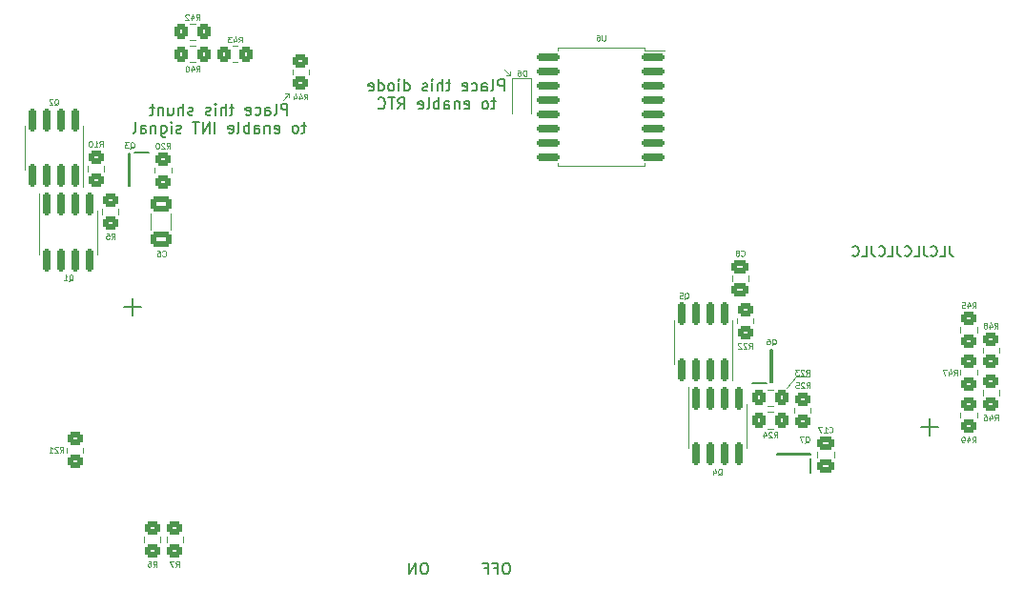
<source format=gbo>
G04 #@! TF.GenerationSoftware,KiCad,Pcbnew,6.0.4-6f826c9f35~116~ubuntu20.04.1*
G04 #@! TF.CreationDate,2022-05-05T15:44:48+02:00*
G04 #@! TF.ProjectId,PiUPS,50695550-532e-46b6-9963-61645f706362,rev?*
G04 #@! TF.SameCoordinates,Original*
G04 #@! TF.FileFunction,Legend,Bot*
G04 #@! TF.FilePolarity,Positive*
%FSLAX46Y46*%
G04 Gerber Fmt 4.6, Leading zero omitted, Abs format (unit mm)*
G04 Created by KiCad (PCBNEW 6.0.4-6f826c9f35~116~ubuntu20.04.1) date 2022-05-05 15:44:48*
%MOMM*%
%LPD*%
G01*
G04 APERTURE LIST*
G04 Aperture macros list*
%AMRoundRect*
0 Rectangle with rounded corners*
0 $1 Rounding radius*
0 $2 $3 $4 $5 $6 $7 $8 $9 X,Y pos of 4 corners*
0 Add a 4 corners polygon primitive as box body*
4,1,4,$2,$3,$4,$5,$6,$7,$8,$9,$2,$3,0*
0 Add four circle primitives for the rounded corners*
1,1,$1+$1,$2,$3*
1,1,$1+$1,$4,$5*
1,1,$1+$1,$6,$7*
1,1,$1+$1,$8,$9*
0 Add four rect primitives between the rounded corners*
20,1,$1+$1,$2,$3,$4,$5,0*
20,1,$1+$1,$4,$5,$6,$7,0*
20,1,$1+$1,$6,$7,$8,$9,0*
20,1,$1+$1,$8,$9,$2,$3,0*%
G04 Aperture macros list end*
%ADD10C,0.120000*%
%ADD11C,0.200000*%
%ADD12C,0.150000*%
%ADD13C,0.100000*%
%ADD14C,1.300000*%
%ADD15C,3.450000*%
%ADD16C,2.390000*%
%ADD17O,1.700000X1.350000*%
%ADD18O,1.500000X1.100000*%
%ADD19C,0.900000*%
%ADD20C,0.600000*%
%ADD21O,0.900000X1.700000*%
%ADD22O,0.900000X2.000000*%
%ADD23R,3.960000X1.980000*%
%ADD24O,3.960000X1.980000*%
%ADD25C,0.300000*%
%ADD26C,6.750000*%
%ADD27C,1.750000*%
%ADD28R,1.300000X0.600000*%
%ADD29R,1.000000X1.000000*%
%ADD30RoundRect,0.250000X-0.450000X0.350000X-0.450000X-0.350000X0.450000X-0.350000X0.450000X0.350000X0*%
%ADD31RoundRect,0.250000X0.450000X-0.350000X0.450000X0.350000X-0.450000X0.350000X-0.450000X-0.350000X0*%
%ADD32RoundRect,0.150000X0.150000X-0.825000X0.150000X0.825000X-0.150000X0.825000X-0.150000X-0.825000X0*%
%ADD33RoundRect,0.250000X-0.350000X-0.450000X0.350000X-0.450000X0.350000X0.450000X-0.350000X0.450000X0*%
%ADD34RoundRect,0.150000X0.875000X0.150000X-0.875000X0.150000X-0.875000X-0.150000X0.875000X-0.150000X0*%
%ADD35RoundRect,0.150000X-0.150000X0.825000X-0.150000X-0.825000X0.150000X-0.825000X0.150000X0.825000X0*%
%ADD36RoundRect,0.250000X0.350000X0.450000X-0.350000X0.450000X-0.350000X-0.450000X0.350000X-0.450000X0*%
%ADD37RoundRect,0.250000X-0.475000X0.337500X-0.475000X-0.337500X0.475000X-0.337500X0.475000X0.337500X0*%
%ADD38RoundRect,0.250000X0.650000X-0.412500X0.650000X0.412500X-0.650000X0.412500X-0.650000X-0.412500X0*%
%ADD39R,0.600000X1.300000*%
%ADD40RoundRect,0.250000X0.475000X-0.337500X0.475000X0.337500X-0.475000X0.337500X-0.475000X-0.337500X0*%
G04 APERTURE END LIST*
D10*
X90170000Y-80270000D02*
X90170000Y-80570000D01*
X109280000Y-78100000D02*
X109800000Y-78620000D01*
X136400000Y-105420000D02*
X135190000Y-105420000D01*
X89650000Y-80790000D02*
X90170000Y-80270000D01*
X135190000Y-105420000D02*
X134390000Y-106410000D01*
X109800000Y-78620000D02*
X109500000Y-78620000D01*
X90170000Y-80270000D02*
X89870000Y-80270000D01*
X109800000Y-78620000D02*
X109800000Y-78320000D01*
D11*
X75568095Y-99192857D02*
X77091904Y-99192857D01*
X76330000Y-99954761D02*
X76330000Y-98430952D01*
D12*
X148857142Y-93807142D02*
X148857142Y-94450000D01*
X148900000Y-94578571D01*
X148985714Y-94664285D01*
X149114285Y-94707142D01*
X149200000Y-94707142D01*
X148000000Y-94707142D02*
X148428571Y-94707142D01*
X148428571Y-93807142D01*
X147185714Y-94621428D02*
X147228571Y-94664285D01*
X147357142Y-94707142D01*
X147442857Y-94707142D01*
X147571428Y-94664285D01*
X147657142Y-94578571D01*
X147700000Y-94492857D01*
X147742857Y-94321428D01*
X147742857Y-94192857D01*
X147700000Y-94021428D01*
X147657142Y-93935714D01*
X147571428Y-93850000D01*
X147442857Y-93807142D01*
X147357142Y-93807142D01*
X147228571Y-93850000D01*
X147185714Y-93892857D01*
X146542857Y-93807142D02*
X146542857Y-94450000D01*
X146585714Y-94578571D01*
X146671428Y-94664285D01*
X146800000Y-94707142D01*
X146885714Y-94707142D01*
X145685714Y-94707142D02*
X146114285Y-94707142D01*
X146114285Y-93807142D01*
X144871428Y-94621428D02*
X144914285Y-94664285D01*
X145042857Y-94707142D01*
X145128571Y-94707142D01*
X145257142Y-94664285D01*
X145342857Y-94578571D01*
X145385714Y-94492857D01*
X145428571Y-94321428D01*
X145428571Y-94192857D01*
X145385714Y-94021428D01*
X145342857Y-93935714D01*
X145257142Y-93850000D01*
X145128571Y-93807142D01*
X145042857Y-93807142D01*
X144914285Y-93850000D01*
X144871428Y-93892857D01*
X144228571Y-93807142D02*
X144228571Y-94450000D01*
X144271428Y-94578571D01*
X144357142Y-94664285D01*
X144485714Y-94707142D01*
X144571428Y-94707142D01*
X143371428Y-94707142D02*
X143800000Y-94707142D01*
X143800000Y-93807142D01*
X142557142Y-94621428D02*
X142600000Y-94664285D01*
X142728571Y-94707142D01*
X142814285Y-94707142D01*
X142942857Y-94664285D01*
X143028571Y-94578571D01*
X143071428Y-94492857D01*
X143114285Y-94321428D01*
X143114285Y-94192857D01*
X143071428Y-94021428D01*
X143028571Y-93935714D01*
X142942857Y-93850000D01*
X142814285Y-93807142D01*
X142728571Y-93807142D01*
X142600000Y-93850000D01*
X142557142Y-93892857D01*
X141914285Y-93807142D02*
X141914285Y-94450000D01*
X141957142Y-94578571D01*
X142042857Y-94664285D01*
X142171428Y-94707142D01*
X142257142Y-94707142D01*
X141057142Y-94707142D02*
X141485714Y-94707142D01*
X141485714Y-93807142D01*
X140242857Y-94621428D02*
X140285714Y-94664285D01*
X140414285Y-94707142D01*
X140500000Y-94707142D01*
X140628571Y-94664285D01*
X140714285Y-94578571D01*
X140757142Y-94492857D01*
X140800000Y-94321428D01*
X140800000Y-94192857D01*
X140757142Y-94021428D01*
X140714285Y-93935714D01*
X140628571Y-93850000D01*
X140500000Y-93807142D01*
X140414285Y-93807142D01*
X140285714Y-93850000D01*
X140242857Y-93892857D01*
X102309047Y-121942380D02*
X102118571Y-121942380D01*
X102023333Y-121990000D01*
X101928095Y-122085238D01*
X101880476Y-122275714D01*
X101880476Y-122609047D01*
X101928095Y-122799523D01*
X102023333Y-122894761D01*
X102118571Y-122942380D01*
X102309047Y-122942380D01*
X102404285Y-122894761D01*
X102499523Y-122799523D01*
X102547142Y-122609047D01*
X102547142Y-122275714D01*
X102499523Y-122085238D01*
X102404285Y-121990000D01*
X102309047Y-121942380D01*
X101451904Y-122942380D02*
X101451904Y-121942380D01*
X100880476Y-122942380D01*
X100880476Y-121942380D01*
D11*
X146328095Y-109872857D02*
X147851904Y-109872857D01*
X147090000Y-110634761D02*
X147090000Y-109110952D01*
D12*
X109280000Y-80007380D02*
X109280000Y-79007380D01*
X108899047Y-79007380D01*
X108803809Y-79055000D01*
X108756190Y-79102619D01*
X108708571Y-79197857D01*
X108708571Y-79340714D01*
X108756190Y-79435952D01*
X108803809Y-79483571D01*
X108899047Y-79531190D01*
X109280000Y-79531190D01*
X108137142Y-80007380D02*
X108232380Y-79959761D01*
X108280000Y-79864523D01*
X108280000Y-79007380D01*
X107327619Y-80007380D02*
X107327619Y-79483571D01*
X107375238Y-79388333D01*
X107470476Y-79340714D01*
X107660952Y-79340714D01*
X107756190Y-79388333D01*
X107327619Y-79959761D02*
X107422857Y-80007380D01*
X107660952Y-80007380D01*
X107756190Y-79959761D01*
X107803809Y-79864523D01*
X107803809Y-79769285D01*
X107756190Y-79674047D01*
X107660952Y-79626428D01*
X107422857Y-79626428D01*
X107327619Y-79578809D01*
X106422857Y-79959761D02*
X106518095Y-80007380D01*
X106708571Y-80007380D01*
X106803809Y-79959761D01*
X106851428Y-79912142D01*
X106899047Y-79816904D01*
X106899047Y-79531190D01*
X106851428Y-79435952D01*
X106803809Y-79388333D01*
X106708571Y-79340714D01*
X106518095Y-79340714D01*
X106422857Y-79388333D01*
X105613333Y-79959761D02*
X105708571Y-80007380D01*
X105899047Y-80007380D01*
X105994285Y-79959761D01*
X106041904Y-79864523D01*
X106041904Y-79483571D01*
X105994285Y-79388333D01*
X105899047Y-79340714D01*
X105708571Y-79340714D01*
X105613333Y-79388333D01*
X105565714Y-79483571D01*
X105565714Y-79578809D01*
X106041904Y-79674047D01*
X104518095Y-79340714D02*
X104137142Y-79340714D01*
X104375238Y-79007380D02*
X104375238Y-79864523D01*
X104327619Y-79959761D01*
X104232380Y-80007380D01*
X104137142Y-80007380D01*
X103803809Y-80007380D02*
X103803809Y-79007380D01*
X103375238Y-80007380D02*
X103375238Y-79483571D01*
X103422857Y-79388333D01*
X103518095Y-79340714D01*
X103660952Y-79340714D01*
X103756190Y-79388333D01*
X103803809Y-79435952D01*
X102899047Y-80007380D02*
X102899047Y-79340714D01*
X102899047Y-79007380D02*
X102946666Y-79055000D01*
X102899047Y-79102619D01*
X102851428Y-79055000D01*
X102899047Y-79007380D01*
X102899047Y-79102619D01*
X102470476Y-79959761D02*
X102375238Y-80007380D01*
X102184761Y-80007380D01*
X102089523Y-79959761D01*
X102041904Y-79864523D01*
X102041904Y-79816904D01*
X102089523Y-79721666D01*
X102184761Y-79674047D01*
X102327619Y-79674047D01*
X102422857Y-79626428D01*
X102470476Y-79531190D01*
X102470476Y-79483571D01*
X102422857Y-79388333D01*
X102327619Y-79340714D01*
X102184761Y-79340714D01*
X102089523Y-79388333D01*
X100422857Y-80007380D02*
X100422857Y-79007380D01*
X100422857Y-79959761D02*
X100518095Y-80007380D01*
X100708571Y-80007380D01*
X100803809Y-79959761D01*
X100851428Y-79912142D01*
X100899047Y-79816904D01*
X100899047Y-79531190D01*
X100851428Y-79435952D01*
X100803809Y-79388333D01*
X100708571Y-79340714D01*
X100518095Y-79340714D01*
X100422857Y-79388333D01*
X99946666Y-80007380D02*
X99946666Y-79340714D01*
X99946666Y-79007380D02*
X99994285Y-79055000D01*
X99946666Y-79102619D01*
X99899047Y-79055000D01*
X99946666Y-79007380D01*
X99946666Y-79102619D01*
X99327619Y-80007380D02*
X99422857Y-79959761D01*
X99470476Y-79912142D01*
X99518095Y-79816904D01*
X99518095Y-79531190D01*
X99470476Y-79435952D01*
X99422857Y-79388333D01*
X99327619Y-79340714D01*
X99184761Y-79340714D01*
X99089523Y-79388333D01*
X99041904Y-79435952D01*
X98994285Y-79531190D01*
X98994285Y-79816904D01*
X99041904Y-79912142D01*
X99089523Y-79959761D01*
X99184761Y-80007380D01*
X99327619Y-80007380D01*
X98137142Y-80007380D02*
X98137142Y-79007380D01*
X98137142Y-79959761D02*
X98232380Y-80007380D01*
X98422857Y-80007380D01*
X98518095Y-79959761D01*
X98565714Y-79912142D01*
X98613333Y-79816904D01*
X98613333Y-79531190D01*
X98565714Y-79435952D01*
X98518095Y-79388333D01*
X98422857Y-79340714D01*
X98232380Y-79340714D01*
X98137142Y-79388333D01*
X97280000Y-79959761D02*
X97375238Y-80007380D01*
X97565714Y-80007380D01*
X97660952Y-79959761D01*
X97708571Y-79864523D01*
X97708571Y-79483571D01*
X97660952Y-79388333D01*
X97565714Y-79340714D01*
X97375238Y-79340714D01*
X97280000Y-79388333D01*
X97232380Y-79483571D01*
X97232380Y-79578809D01*
X97708571Y-79674047D01*
X108541904Y-80950714D02*
X108160952Y-80950714D01*
X108399047Y-80617380D02*
X108399047Y-81474523D01*
X108351428Y-81569761D01*
X108256190Y-81617380D01*
X108160952Y-81617380D01*
X107684761Y-81617380D02*
X107780000Y-81569761D01*
X107827619Y-81522142D01*
X107875238Y-81426904D01*
X107875238Y-81141190D01*
X107827619Y-81045952D01*
X107780000Y-80998333D01*
X107684761Y-80950714D01*
X107541904Y-80950714D01*
X107446666Y-80998333D01*
X107399047Y-81045952D01*
X107351428Y-81141190D01*
X107351428Y-81426904D01*
X107399047Y-81522142D01*
X107446666Y-81569761D01*
X107541904Y-81617380D01*
X107684761Y-81617380D01*
X105780000Y-81569761D02*
X105875238Y-81617380D01*
X106065714Y-81617380D01*
X106160952Y-81569761D01*
X106208571Y-81474523D01*
X106208571Y-81093571D01*
X106160952Y-80998333D01*
X106065714Y-80950714D01*
X105875238Y-80950714D01*
X105780000Y-80998333D01*
X105732380Y-81093571D01*
X105732380Y-81188809D01*
X106208571Y-81284047D01*
X105303809Y-80950714D02*
X105303809Y-81617380D01*
X105303809Y-81045952D02*
X105256190Y-80998333D01*
X105160952Y-80950714D01*
X105018095Y-80950714D01*
X104922857Y-80998333D01*
X104875238Y-81093571D01*
X104875238Y-81617380D01*
X103970476Y-81617380D02*
X103970476Y-81093571D01*
X104018095Y-80998333D01*
X104113333Y-80950714D01*
X104303809Y-80950714D01*
X104399047Y-80998333D01*
X103970476Y-81569761D02*
X104065714Y-81617380D01*
X104303809Y-81617380D01*
X104399047Y-81569761D01*
X104446666Y-81474523D01*
X104446666Y-81379285D01*
X104399047Y-81284047D01*
X104303809Y-81236428D01*
X104065714Y-81236428D01*
X103970476Y-81188809D01*
X103494285Y-81617380D02*
X103494285Y-80617380D01*
X103494285Y-80998333D02*
X103399047Y-80950714D01*
X103208571Y-80950714D01*
X103113333Y-80998333D01*
X103065714Y-81045952D01*
X103018095Y-81141190D01*
X103018095Y-81426904D01*
X103065714Y-81522142D01*
X103113333Y-81569761D01*
X103208571Y-81617380D01*
X103399047Y-81617380D01*
X103494285Y-81569761D01*
X102446666Y-81617380D02*
X102541904Y-81569761D01*
X102589523Y-81474523D01*
X102589523Y-80617380D01*
X101684761Y-81569761D02*
X101780000Y-81617380D01*
X101970476Y-81617380D01*
X102065714Y-81569761D01*
X102113333Y-81474523D01*
X102113333Y-81093571D01*
X102065714Y-80998333D01*
X101970476Y-80950714D01*
X101780000Y-80950714D01*
X101684761Y-80998333D01*
X101637142Y-81093571D01*
X101637142Y-81188809D01*
X102113333Y-81284047D01*
X99875238Y-81617380D02*
X100208571Y-81141190D01*
X100446666Y-81617380D02*
X100446666Y-80617380D01*
X100065714Y-80617380D01*
X99970476Y-80665000D01*
X99922857Y-80712619D01*
X99875238Y-80807857D01*
X99875238Y-80950714D01*
X99922857Y-81045952D01*
X99970476Y-81093571D01*
X100065714Y-81141190D01*
X100446666Y-81141190D01*
X99589523Y-80617380D02*
X99018095Y-80617380D01*
X99303809Y-81617380D02*
X99303809Y-80617380D01*
X98113333Y-81522142D02*
X98160952Y-81569761D01*
X98303809Y-81617380D01*
X98399047Y-81617380D01*
X98541904Y-81569761D01*
X98637142Y-81474523D01*
X98684761Y-81379285D01*
X98732380Y-81188809D01*
X98732380Y-81045952D01*
X98684761Y-80855476D01*
X98637142Y-80760238D01*
X98541904Y-80665000D01*
X98399047Y-80617380D01*
X98303809Y-80617380D01*
X98160952Y-80665000D01*
X98113333Y-80712619D01*
X109582380Y-121942380D02*
X109391904Y-121942380D01*
X109296666Y-121990000D01*
X109201428Y-122085238D01*
X109153809Y-122275714D01*
X109153809Y-122609047D01*
X109201428Y-122799523D01*
X109296666Y-122894761D01*
X109391904Y-122942380D01*
X109582380Y-122942380D01*
X109677619Y-122894761D01*
X109772857Y-122799523D01*
X109820476Y-122609047D01*
X109820476Y-122275714D01*
X109772857Y-122085238D01*
X109677619Y-121990000D01*
X109582380Y-121942380D01*
X108391904Y-122418571D02*
X108725238Y-122418571D01*
X108725238Y-122942380D02*
X108725238Y-121942380D01*
X108249047Y-121942380D01*
X107534761Y-122418571D02*
X107868095Y-122418571D01*
X107868095Y-122942380D02*
X107868095Y-121942380D01*
X107391904Y-121942380D01*
X90043809Y-82147380D02*
X90043809Y-81147380D01*
X89662857Y-81147380D01*
X89567619Y-81195000D01*
X89520000Y-81242619D01*
X89472380Y-81337857D01*
X89472380Y-81480714D01*
X89520000Y-81575952D01*
X89567619Y-81623571D01*
X89662857Y-81671190D01*
X90043809Y-81671190D01*
X88900952Y-82147380D02*
X88996190Y-82099761D01*
X89043809Y-82004523D01*
X89043809Y-81147380D01*
X88091428Y-82147380D02*
X88091428Y-81623571D01*
X88139047Y-81528333D01*
X88234285Y-81480714D01*
X88424761Y-81480714D01*
X88520000Y-81528333D01*
X88091428Y-82099761D02*
X88186666Y-82147380D01*
X88424761Y-82147380D01*
X88520000Y-82099761D01*
X88567619Y-82004523D01*
X88567619Y-81909285D01*
X88520000Y-81814047D01*
X88424761Y-81766428D01*
X88186666Y-81766428D01*
X88091428Y-81718809D01*
X87186666Y-82099761D02*
X87281904Y-82147380D01*
X87472380Y-82147380D01*
X87567619Y-82099761D01*
X87615238Y-82052142D01*
X87662857Y-81956904D01*
X87662857Y-81671190D01*
X87615238Y-81575952D01*
X87567619Y-81528333D01*
X87472380Y-81480714D01*
X87281904Y-81480714D01*
X87186666Y-81528333D01*
X86377142Y-82099761D02*
X86472380Y-82147380D01*
X86662857Y-82147380D01*
X86758095Y-82099761D01*
X86805714Y-82004523D01*
X86805714Y-81623571D01*
X86758095Y-81528333D01*
X86662857Y-81480714D01*
X86472380Y-81480714D01*
X86377142Y-81528333D01*
X86329523Y-81623571D01*
X86329523Y-81718809D01*
X86805714Y-81814047D01*
X85281904Y-81480714D02*
X84900952Y-81480714D01*
X85139047Y-81147380D02*
X85139047Y-82004523D01*
X85091428Y-82099761D01*
X84996190Y-82147380D01*
X84900952Y-82147380D01*
X84567619Y-82147380D02*
X84567619Y-81147380D01*
X84139047Y-82147380D02*
X84139047Y-81623571D01*
X84186666Y-81528333D01*
X84281904Y-81480714D01*
X84424761Y-81480714D01*
X84520000Y-81528333D01*
X84567619Y-81575952D01*
X83662857Y-82147380D02*
X83662857Y-81480714D01*
X83662857Y-81147380D02*
X83710476Y-81195000D01*
X83662857Y-81242619D01*
X83615238Y-81195000D01*
X83662857Y-81147380D01*
X83662857Y-81242619D01*
X83234285Y-82099761D02*
X83139047Y-82147380D01*
X82948571Y-82147380D01*
X82853333Y-82099761D01*
X82805714Y-82004523D01*
X82805714Y-81956904D01*
X82853333Y-81861666D01*
X82948571Y-81814047D01*
X83091428Y-81814047D01*
X83186666Y-81766428D01*
X83234285Y-81671190D01*
X83234285Y-81623571D01*
X83186666Y-81528333D01*
X83091428Y-81480714D01*
X82948571Y-81480714D01*
X82853333Y-81528333D01*
X81662857Y-82099761D02*
X81567619Y-82147380D01*
X81377142Y-82147380D01*
X81281904Y-82099761D01*
X81234285Y-82004523D01*
X81234285Y-81956904D01*
X81281904Y-81861666D01*
X81377142Y-81814047D01*
X81520000Y-81814047D01*
X81615238Y-81766428D01*
X81662857Y-81671190D01*
X81662857Y-81623571D01*
X81615238Y-81528333D01*
X81520000Y-81480714D01*
X81377142Y-81480714D01*
X81281904Y-81528333D01*
X80805714Y-82147380D02*
X80805714Y-81147380D01*
X80377142Y-82147380D02*
X80377142Y-81623571D01*
X80424761Y-81528333D01*
X80520000Y-81480714D01*
X80662857Y-81480714D01*
X80758095Y-81528333D01*
X80805714Y-81575952D01*
X79472380Y-81480714D02*
X79472380Y-82147380D01*
X79900952Y-81480714D02*
X79900952Y-82004523D01*
X79853333Y-82099761D01*
X79758095Y-82147380D01*
X79615238Y-82147380D01*
X79520000Y-82099761D01*
X79472380Y-82052142D01*
X78996190Y-81480714D02*
X78996190Y-82147380D01*
X78996190Y-81575952D02*
X78948571Y-81528333D01*
X78853333Y-81480714D01*
X78710476Y-81480714D01*
X78615238Y-81528333D01*
X78567619Y-81623571D01*
X78567619Y-82147380D01*
X78234285Y-81480714D02*
X77853333Y-81480714D01*
X78091428Y-81147380D02*
X78091428Y-82004523D01*
X78043809Y-82099761D01*
X77948571Y-82147380D01*
X77853333Y-82147380D01*
X91686666Y-83090714D02*
X91305714Y-83090714D01*
X91543809Y-82757380D02*
X91543809Y-83614523D01*
X91496190Y-83709761D01*
X91400952Y-83757380D01*
X91305714Y-83757380D01*
X90829523Y-83757380D02*
X90924761Y-83709761D01*
X90972380Y-83662142D01*
X91020000Y-83566904D01*
X91020000Y-83281190D01*
X90972380Y-83185952D01*
X90924761Y-83138333D01*
X90829523Y-83090714D01*
X90686666Y-83090714D01*
X90591428Y-83138333D01*
X90543809Y-83185952D01*
X90496190Y-83281190D01*
X90496190Y-83566904D01*
X90543809Y-83662142D01*
X90591428Y-83709761D01*
X90686666Y-83757380D01*
X90829523Y-83757380D01*
X88924761Y-83709761D02*
X89020000Y-83757380D01*
X89210476Y-83757380D01*
X89305714Y-83709761D01*
X89353333Y-83614523D01*
X89353333Y-83233571D01*
X89305714Y-83138333D01*
X89210476Y-83090714D01*
X89020000Y-83090714D01*
X88924761Y-83138333D01*
X88877142Y-83233571D01*
X88877142Y-83328809D01*
X89353333Y-83424047D01*
X88448571Y-83090714D02*
X88448571Y-83757380D01*
X88448571Y-83185952D02*
X88400952Y-83138333D01*
X88305714Y-83090714D01*
X88162857Y-83090714D01*
X88067619Y-83138333D01*
X88020000Y-83233571D01*
X88020000Y-83757380D01*
X87115238Y-83757380D02*
X87115238Y-83233571D01*
X87162857Y-83138333D01*
X87258095Y-83090714D01*
X87448571Y-83090714D01*
X87543809Y-83138333D01*
X87115238Y-83709761D02*
X87210476Y-83757380D01*
X87448571Y-83757380D01*
X87543809Y-83709761D01*
X87591428Y-83614523D01*
X87591428Y-83519285D01*
X87543809Y-83424047D01*
X87448571Y-83376428D01*
X87210476Y-83376428D01*
X87115238Y-83328809D01*
X86639047Y-83757380D02*
X86639047Y-82757380D01*
X86639047Y-83138333D02*
X86543809Y-83090714D01*
X86353333Y-83090714D01*
X86258095Y-83138333D01*
X86210476Y-83185952D01*
X86162857Y-83281190D01*
X86162857Y-83566904D01*
X86210476Y-83662142D01*
X86258095Y-83709761D01*
X86353333Y-83757380D01*
X86543809Y-83757380D01*
X86639047Y-83709761D01*
X85591428Y-83757380D02*
X85686666Y-83709761D01*
X85734285Y-83614523D01*
X85734285Y-82757380D01*
X84829523Y-83709761D02*
X84924761Y-83757380D01*
X85115238Y-83757380D01*
X85210476Y-83709761D01*
X85258095Y-83614523D01*
X85258095Y-83233571D01*
X85210476Y-83138333D01*
X85115238Y-83090714D01*
X84924761Y-83090714D01*
X84829523Y-83138333D01*
X84781904Y-83233571D01*
X84781904Y-83328809D01*
X85258095Y-83424047D01*
X83591428Y-83757380D02*
X83591428Y-82757380D01*
X83115238Y-83757380D02*
X83115238Y-82757380D01*
X82543809Y-83757380D01*
X82543809Y-82757380D01*
X82210476Y-82757380D02*
X81639047Y-82757380D01*
X81924761Y-83757380D02*
X81924761Y-82757380D01*
X80591428Y-83709761D02*
X80496190Y-83757380D01*
X80305714Y-83757380D01*
X80210476Y-83709761D01*
X80162857Y-83614523D01*
X80162857Y-83566904D01*
X80210476Y-83471666D01*
X80305714Y-83424047D01*
X80448571Y-83424047D01*
X80543809Y-83376428D01*
X80591428Y-83281190D01*
X80591428Y-83233571D01*
X80543809Y-83138333D01*
X80448571Y-83090714D01*
X80305714Y-83090714D01*
X80210476Y-83138333D01*
X79734285Y-83757380D02*
X79734285Y-83090714D01*
X79734285Y-82757380D02*
X79781904Y-82805000D01*
X79734285Y-82852619D01*
X79686666Y-82805000D01*
X79734285Y-82757380D01*
X79734285Y-82852619D01*
X78829523Y-83090714D02*
X78829523Y-83900238D01*
X78877142Y-83995476D01*
X78924761Y-84043095D01*
X79020000Y-84090714D01*
X79162857Y-84090714D01*
X79258095Y-84043095D01*
X78829523Y-83709761D02*
X78924761Y-83757380D01*
X79115238Y-83757380D01*
X79210476Y-83709761D01*
X79258095Y-83662142D01*
X79305714Y-83566904D01*
X79305714Y-83281190D01*
X79258095Y-83185952D01*
X79210476Y-83138333D01*
X79115238Y-83090714D01*
X78924761Y-83090714D01*
X78829523Y-83138333D01*
X78353333Y-83090714D02*
X78353333Y-83757380D01*
X78353333Y-83185952D02*
X78305714Y-83138333D01*
X78210476Y-83090714D01*
X78067619Y-83090714D01*
X77972380Y-83138333D01*
X77924761Y-83233571D01*
X77924761Y-83757380D01*
X77020000Y-83757380D02*
X77020000Y-83233571D01*
X77067619Y-83138333D01*
X77162857Y-83090714D01*
X77353333Y-83090714D01*
X77448571Y-83138333D01*
X77020000Y-83709761D02*
X77115238Y-83757380D01*
X77353333Y-83757380D01*
X77448571Y-83709761D01*
X77496190Y-83614523D01*
X77496190Y-83519285D01*
X77448571Y-83424047D01*
X77353333Y-83376428D01*
X77115238Y-83376428D01*
X77020000Y-83328809D01*
X76400952Y-83757380D02*
X76496190Y-83709761D01*
X76543809Y-83614523D01*
X76543809Y-82757380D01*
D13*
X133067619Y-102593809D02*
X133115238Y-102570000D01*
X133162857Y-102522380D01*
X133234285Y-102450952D01*
X133281904Y-102427142D01*
X133329523Y-102427142D01*
X133305714Y-102546190D02*
X133353333Y-102522380D01*
X133400952Y-102474761D01*
X133424761Y-102379523D01*
X133424761Y-102212857D01*
X133400952Y-102117619D01*
X133353333Y-102070000D01*
X133305714Y-102046190D01*
X133210476Y-102046190D01*
X133162857Y-102070000D01*
X133115238Y-102117619D01*
X133091428Y-102212857D01*
X133091428Y-102379523D01*
X133115238Y-102474761D01*
X133162857Y-102522380D01*
X133210476Y-102546190D01*
X133305714Y-102546190D01*
X132662857Y-102046190D02*
X132758095Y-102046190D01*
X132805714Y-102070000D01*
X132829523Y-102093809D01*
X132877142Y-102165238D01*
X132900952Y-102260476D01*
X132900952Y-102450952D01*
X132877142Y-102498571D01*
X132853333Y-102522380D01*
X132805714Y-102546190D01*
X132710476Y-102546190D01*
X132662857Y-102522380D01*
X132639047Y-102498571D01*
X132615238Y-102450952D01*
X132615238Y-102331904D01*
X132639047Y-102284285D01*
X132662857Y-102260476D01*
X132710476Y-102236666D01*
X132805714Y-102236666D01*
X132853333Y-102260476D01*
X132877142Y-102284285D01*
X132900952Y-102331904D01*
X111249047Y-78676190D02*
X111249047Y-78176190D01*
X111130000Y-78176190D01*
X111058571Y-78200000D01*
X111010952Y-78247619D01*
X110987142Y-78295238D01*
X110963333Y-78390476D01*
X110963333Y-78461904D01*
X110987142Y-78557142D01*
X111010952Y-78604761D01*
X111058571Y-78652380D01*
X111130000Y-78676190D01*
X111249047Y-78676190D01*
X110534761Y-78176190D02*
X110630000Y-78176190D01*
X110677619Y-78200000D01*
X110701428Y-78223809D01*
X110749047Y-78295238D01*
X110772857Y-78390476D01*
X110772857Y-78580952D01*
X110749047Y-78628571D01*
X110725238Y-78652380D01*
X110677619Y-78676190D01*
X110582380Y-78676190D01*
X110534761Y-78652380D01*
X110510952Y-78628571D01*
X110487142Y-78580952D01*
X110487142Y-78461904D01*
X110510952Y-78414285D01*
X110534761Y-78390476D01*
X110582380Y-78366666D01*
X110677619Y-78366666D01*
X110725238Y-78390476D01*
X110749047Y-78414285D01*
X110772857Y-78461904D01*
X79321428Y-85136190D02*
X79488095Y-84898095D01*
X79607142Y-85136190D02*
X79607142Y-84636190D01*
X79416666Y-84636190D01*
X79369047Y-84660000D01*
X79345238Y-84683809D01*
X79321428Y-84731428D01*
X79321428Y-84802857D01*
X79345238Y-84850476D01*
X79369047Y-84874285D01*
X79416666Y-84898095D01*
X79607142Y-84898095D01*
X79130952Y-84683809D02*
X79107142Y-84660000D01*
X79059523Y-84636190D01*
X78940476Y-84636190D01*
X78892857Y-84660000D01*
X78869047Y-84683809D01*
X78845238Y-84731428D01*
X78845238Y-84779047D01*
X78869047Y-84850476D01*
X79154761Y-85136190D01*
X78845238Y-85136190D01*
X78535714Y-84636190D02*
X78488095Y-84636190D01*
X78440476Y-84660000D01*
X78416666Y-84683809D01*
X78392857Y-84731428D01*
X78369047Y-84826666D01*
X78369047Y-84945714D01*
X78392857Y-85040952D01*
X78416666Y-85088571D01*
X78440476Y-85112380D01*
X78488095Y-85136190D01*
X78535714Y-85136190D01*
X78583333Y-85112380D01*
X78607142Y-85088571D01*
X78630952Y-85040952D01*
X78654761Y-84945714D01*
X78654761Y-84826666D01*
X78630952Y-84731428D01*
X78607142Y-84683809D01*
X78583333Y-84660000D01*
X78535714Y-84636190D01*
X152841428Y-101116190D02*
X153008095Y-100878095D01*
X153127142Y-101116190D02*
X153127142Y-100616190D01*
X152936666Y-100616190D01*
X152889047Y-100640000D01*
X152865238Y-100663809D01*
X152841428Y-100711428D01*
X152841428Y-100782857D01*
X152865238Y-100830476D01*
X152889047Y-100854285D01*
X152936666Y-100878095D01*
X153127142Y-100878095D01*
X152412857Y-100782857D02*
X152412857Y-101116190D01*
X152531904Y-100592380D02*
X152650952Y-100949523D01*
X152341428Y-100949523D01*
X152079523Y-100830476D02*
X152127142Y-100806666D01*
X152150952Y-100782857D01*
X152174761Y-100735238D01*
X152174761Y-100711428D01*
X152150952Y-100663809D01*
X152127142Y-100640000D01*
X152079523Y-100616190D01*
X151984285Y-100616190D01*
X151936666Y-100640000D01*
X151912857Y-100663809D01*
X151889047Y-100711428D01*
X151889047Y-100735238D01*
X151912857Y-100782857D01*
X151936666Y-100806666D01*
X151984285Y-100830476D01*
X152079523Y-100830476D01*
X152127142Y-100854285D01*
X152150952Y-100878095D01*
X152174761Y-100925714D01*
X152174761Y-101020952D01*
X152150952Y-101068571D01*
X152127142Y-101092380D01*
X152079523Y-101116190D01*
X151984285Y-101116190D01*
X151936666Y-101092380D01*
X151912857Y-101068571D01*
X151889047Y-101020952D01*
X151889047Y-100925714D01*
X151912857Y-100878095D01*
X151936666Y-100854285D01*
X151984285Y-100830476D01*
X69357619Y-81283809D02*
X69405238Y-81260000D01*
X69452857Y-81212380D01*
X69524285Y-81140952D01*
X69571904Y-81117142D01*
X69619523Y-81117142D01*
X69595714Y-81236190D02*
X69643333Y-81212380D01*
X69690952Y-81164761D01*
X69714761Y-81069523D01*
X69714761Y-80902857D01*
X69690952Y-80807619D01*
X69643333Y-80760000D01*
X69595714Y-80736190D01*
X69500476Y-80736190D01*
X69452857Y-80760000D01*
X69405238Y-80807619D01*
X69381428Y-80902857D01*
X69381428Y-81069523D01*
X69405238Y-81164761D01*
X69452857Y-81212380D01*
X69500476Y-81236190D01*
X69595714Y-81236190D01*
X69190952Y-80783809D02*
X69167142Y-80760000D01*
X69119523Y-80736190D01*
X69000476Y-80736190D01*
X68952857Y-80760000D01*
X68929047Y-80783809D01*
X68905238Y-80831428D01*
X68905238Y-80879047D01*
X68929047Y-80950476D01*
X69214761Y-81236190D01*
X68905238Y-81236190D01*
X91541428Y-80786190D02*
X91708095Y-80548095D01*
X91827142Y-80786190D02*
X91827142Y-80286190D01*
X91636666Y-80286190D01*
X91589047Y-80310000D01*
X91565238Y-80333809D01*
X91541428Y-80381428D01*
X91541428Y-80452857D01*
X91565238Y-80500476D01*
X91589047Y-80524285D01*
X91636666Y-80548095D01*
X91827142Y-80548095D01*
X91112857Y-80452857D02*
X91112857Y-80786190D01*
X91231904Y-80262380D02*
X91350952Y-80619523D01*
X91041428Y-80619523D01*
X90636666Y-80452857D02*
X90636666Y-80786190D01*
X90755714Y-80262380D02*
X90874761Y-80619523D01*
X90565238Y-80619523D01*
X78133333Y-122286190D02*
X78300000Y-122048095D01*
X78419047Y-122286190D02*
X78419047Y-121786190D01*
X78228571Y-121786190D01*
X78180952Y-121810000D01*
X78157142Y-121833809D01*
X78133333Y-121881428D01*
X78133333Y-121952857D01*
X78157142Y-122000476D01*
X78180952Y-122024285D01*
X78228571Y-122048095D01*
X78419047Y-122048095D01*
X77704761Y-121786190D02*
X77800000Y-121786190D01*
X77847619Y-121810000D01*
X77871428Y-121833809D01*
X77919047Y-121905238D01*
X77942857Y-122000476D01*
X77942857Y-122190952D01*
X77919047Y-122238571D01*
X77895238Y-122262380D01*
X77847619Y-122286190D01*
X77752380Y-122286190D01*
X77704761Y-122262380D01*
X77680952Y-122238571D01*
X77657142Y-122190952D01*
X77657142Y-122071904D01*
X77680952Y-122024285D01*
X77704761Y-122000476D01*
X77752380Y-121976666D01*
X77847619Y-121976666D01*
X77895238Y-122000476D01*
X77919047Y-122024285D01*
X77942857Y-122071904D01*
X136131428Y-106426190D02*
X136298095Y-106188095D01*
X136417142Y-106426190D02*
X136417142Y-105926190D01*
X136226666Y-105926190D01*
X136179047Y-105950000D01*
X136155238Y-105973809D01*
X136131428Y-106021428D01*
X136131428Y-106092857D01*
X136155238Y-106140476D01*
X136179047Y-106164285D01*
X136226666Y-106188095D01*
X136417142Y-106188095D01*
X135940952Y-105973809D02*
X135917142Y-105950000D01*
X135869523Y-105926190D01*
X135750476Y-105926190D01*
X135702857Y-105950000D01*
X135679047Y-105973809D01*
X135655238Y-106021428D01*
X135655238Y-106069047D01*
X135679047Y-106140476D01*
X135964761Y-106426190D01*
X135655238Y-106426190D01*
X135202857Y-105926190D02*
X135440952Y-105926190D01*
X135464761Y-106164285D01*
X135440952Y-106140476D01*
X135393333Y-106116666D01*
X135274285Y-106116666D01*
X135226666Y-106140476D01*
X135202857Y-106164285D01*
X135179047Y-106211904D01*
X135179047Y-106330952D01*
X135202857Y-106378571D01*
X135226666Y-106402380D01*
X135274285Y-106426190D01*
X135393333Y-106426190D01*
X135440952Y-106402380D01*
X135464761Y-106378571D01*
X73371428Y-84986190D02*
X73538095Y-84748095D01*
X73657142Y-84986190D02*
X73657142Y-84486190D01*
X73466666Y-84486190D01*
X73419047Y-84510000D01*
X73395238Y-84533809D01*
X73371428Y-84581428D01*
X73371428Y-84652857D01*
X73395238Y-84700476D01*
X73419047Y-84724285D01*
X73466666Y-84748095D01*
X73657142Y-84748095D01*
X72895238Y-84986190D02*
X73180952Y-84986190D01*
X73038095Y-84986190D02*
X73038095Y-84486190D01*
X73085714Y-84557619D01*
X73133333Y-84605238D01*
X73180952Y-84629047D01*
X72585714Y-84486190D02*
X72538095Y-84486190D01*
X72490476Y-84510000D01*
X72466666Y-84533809D01*
X72442857Y-84581428D01*
X72419047Y-84676666D01*
X72419047Y-84795714D01*
X72442857Y-84890952D01*
X72466666Y-84938571D01*
X72490476Y-84962380D01*
X72538095Y-84986190D01*
X72585714Y-84986190D01*
X72633333Y-84962380D01*
X72657142Y-84938571D01*
X72680952Y-84890952D01*
X72704761Y-84795714D01*
X72704761Y-84676666D01*
X72680952Y-84581428D01*
X72657142Y-84533809D01*
X72633333Y-84510000D01*
X72585714Y-84486190D01*
X81941428Y-73726190D02*
X82108095Y-73488095D01*
X82227142Y-73726190D02*
X82227142Y-73226190D01*
X82036666Y-73226190D01*
X81989047Y-73250000D01*
X81965238Y-73273809D01*
X81941428Y-73321428D01*
X81941428Y-73392857D01*
X81965238Y-73440476D01*
X81989047Y-73464285D01*
X82036666Y-73488095D01*
X82227142Y-73488095D01*
X81512857Y-73392857D02*
X81512857Y-73726190D01*
X81631904Y-73202380D02*
X81750952Y-73559523D01*
X81441428Y-73559523D01*
X81274761Y-73273809D02*
X81250952Y-73250000D01*
X81203333Y-73226190D01*
X81084285Y-73226190D01*
X81036666Y-73250000D01*
X81012857Y-73273809D01*
X80989047Y-73321428D01*
X80989047Y-73369047D01*
X81012857Y-73440476D01*
X81298571Y-73726190D01*
X80989047Y-73726190D01*
X152851428Y-109286190D02*
X153018095Y-109048095D01*
X153137142Y-109286190D02*
X153137142Y-108786190D01*
X152946666Y-108786190D01*
X152899047Y-108810000D01*
X152875238Y-108833809D01*
X152851428Y-108881428D01*
X152851428Y-108952857D01*
X152875238Y-109000476D01*
X152899047Y-109024285D01*
X152946666Y-109048095D01*
X153137142Y-109048095D01*
X152422857Y-108952857D02*
X152422857Y-109286190D01*
X152541904Y-108762380D02*
X152660952Y-109119523D01*
X152351428Y-109119523D01*
X151946666Y-108786190D02*
X152041904Y-108786190D01*
X152089523Y-108810000D01*
X152113333Y-108833809D01*
X152160952Y-108905238D01*
X152184761Y-109000476D01*
X152184761Y-109190952D01*
X152160952Y-109238571D01*
X152137142Y-109262380D01*
X152089523Y-109286190D01*
X151994285Y-109286190D01*
X151946666Y-109262380D01*
X151922857Y-109238571D01*
X151899047Y-109190952D01*
X151899047Y-109071904D01*
X151922857Y-109024285D01*
X151946666Y-109000476D01*
X151994285Y-108976666D01*
X152089523Y-108976666D01*
X152137142Y-109000476D01*
X152160952Y-109024285D01*
X152184761Y-109071904D01*
X69861428Y-112136190D02*
X70028095Y-111898095D01*
X70147142Y-112136190D02*
X70147142Y-111636190D01*
X69956666Y-111636190D01*
X69909047Y-111660000D01*
X69885238Y-111683809D01*
X69861428Y-111731428D01*
X69861428Y-111802857D01*
X69885238Y-111850476D01*
X69909047Y-111874285D01*
X69956666Y-111898095D01*
X70147142Y-111898095D01*
X69670952Y-111683809D02*
X69647142Y-111660000D01*
X69599523Y-111636190D01*
X69480476Y-111636190D01*
X69432857Y-111660000D01*
X69409047Y-111683809D01*
X69385238Y-111731428D01*
X69385238Y-111779047D01*
X69409047Y-111850476D01*
X69694761Y-112136190D01*
X69385238Y-112136190D01*
X68909047Y-112136190D02*
X69194761Y-112136190D01*
X69051904Y-112136190D02*
X69051904Y-111636190D01*
X69099523Y-111707619D01*
X69147142Y-111755238D01*
X69194761Y-111779047D01*
X118280952Y-75051190D02*
X118280952Y-75455952D01*
X118257142Y-75503571D01*
X118233333Y-75527380D01*
X118185714Y-75551190D01*
X118090476Y-75551190D01*
X118042857Y-75527380D01*
X118019047Y-75503571D01*
X117995238Y-75455952D01*
X117995238Y-75051190D01*
X117542857Y-75051190D02*
X117638095Y-75051190D01*
X117685714Y-75075000D01*
X117709523Y-75098809D01*
X117757142Y-75170238D01*
X117780952Y-75265476D01*
X117780952Y-75455952D01*
X117757142Y-75503571D01*
X117733333Y-75527380D01*
X117685714Y-75551190D01*
X117590476Y-75551190D01*
X117542857Y-75527380D01*
X117519047Y-75503571D01*
X117495238Y-75455952D01*
X117495238Y-75336904D01*
X117519047Y-75289285D01*
X117542857Y-75265476D01*
X117590476Y-75241666D01*
X117685714Y-75241666D01*
X117733333Y-75265476D01*
X117757142Y-75289285D01*
X117780952Y-75336904D01*
X81951428Y-78306190D02*
X82118095Y-78068095D01*
X82237142Y-78306190D02*
X82237142Y-77806190D01*
X82046666Y-77806190D01*
X81999047Y-77830000D01*
X81975238Y-77853809D01*
X81951428Y-77901428D01*
X81951428Y-77972857D01*
X81975238Y-78020476D01*
X81999047Y-78044285D01*
X82046666Y-78068095D01*
X82237142Y-78068095D01*
X81522857Y-77972857D02*
X81522857Y-78306190D01*
X81641904Y-77782380D02*
X81760952Y-78139523D01*
X81451428Y-78139523D01*
X81165714Y-77806190D02*
X81118095Y-77806190D01*
X81070476Y-77830000D01*
X81046666Y-77853809D01*
X81022857Y-77901428D01*
X80999047Y-77996666D01*
X80999047Y-78115714D01*
X81022857Y-78210952D01*
X81046666Y-78258571D01*
X81070476Y-78282380D01*
X81118095Y-78306190D01*
X81165714Y-78306190D01*
X81213333Y-78282380D01*
X81237142Y-78258571D01*
X81260952Y-78210952D01*
X81284761Y-78115714D01*
X81284761Y-77996666D01*
X81260952Y-77901428D01*
X81237142Y-77853809D01*
X81213333Y-77830000D01*
X81165714Y-77806190D01*
X70647619Y-96913809D02*
X70695238Y-96890000D01*
X70742857Y-96842380D01*
X70814285Y-96770952D01*
X70861904Y-96747142D01*
X70909523Y-96747142D01*
X70885714Y-96866190D02*
X70933333Y-96842380D01*
X70980952Y-96794761D01*
X71004761Y-96699523D01*
X71004761Y-96532857D01*
X70980952Y-96437619D01*
X70933333Y-96390000D01*
X70885714Y-96366190D01*
X70790476Y-96366190D01*
X70742857Y-96390000D01*
X70695238Y-96437619D01*
X70671428Y-96532857D01*
X70671428Y-96699523D01*
X70695238Y-96794761D01*
X70742857Y-96842380D01*
X70790476Y-96866190D01*
X70885714Y-96866190D01*
X70195238Y-96866190D02*
X70480952Y-96866190D01*
X70338095Y-96866190D02*
X70338095Y-96366190D01*
X70385714Y-96437619D01*
X70433333Y-96485238D01*
X70480952Y-96509047D01*
X80133333Y-122286190D02*
X80300000Y-122048095D01*
X80419047Y-122286190D02*
X80419047Y-121786190D01*
X80228571Y-121786190D01*
X80180952Y-121810000D01*
X80157142Y-121833809D01*
X80133333Y-121881428D01*
X80133333Y-121952857D01*
X80157142Y-122000476D01*
X80180952Y-122024285D01*
X80228571Y-122048095D01*
X80419047Y-122048095D01*
X79966666Y-121786190D02*
X79633333Y-121786190D01*
X79847619Y-122286190D01*
X149231428Y-105266190D02*
X149398095Y-105028095D01*
X149517142Y-105266190D02*
X149517142Y-104766190D01*
X149326666Y-104766190D01*
X149279047Y-104790000D01*
X149255238Y-104813809D01*
X149231428Y-104861428D01*
X149231428Y-104932857D01*
X149255238Y-104980476D01*
X149279047Y-105004285D01*
X149326666Y-105028095D01*
X149517142Y-105028095D01*
X148802857Y-104932857D02*
X148802857Y-105266190D01*
X148921904Y-104742380D02*
X149040952Y-105099523D01*
X148731428Y-105099523D01*
X148588571Y-104766190D02*
X148255238Y-104766190D01*
X148469523Y-105266190D01*
X133251428Y-110826190D02*
X133418095Y-110588095D01*
X133537142Y-110826190D02*
X133537142Y-110326190D01*
X133346666Y-110326190D01*
X133299047Y-110350000D01*
X133275238Y-110373809D01*
X133251428Y-110421428D01*
X133251428Y-110492857D01*
X133275238Y-110540476D01*
X133299047Y-110564285D01*
X133346666Y-110588095D01*
X133537142Y-110588095D01*
X133060952Y-110373809D02*
X133037142Y-110350000D01*
X132989523Y-110326190D01*
X132870476Y-110326190D01*
X132822857Y-110350000D01*
X132799047Y-110373809D01*
X132775238Y-110421428D01*
X132775238Y-110469047D01*
X132799047Y-110540476D01*
X133084761Y-110826190D01*
X132775238Y-110826190D01*
X132346666Y-110492857D02*
X132346666Y-110826190D01*
X132465714Y-110302380D02*
X132584761Y-110659523D01*
X132275238Y-110659523D01*
X150871428Y-99316190D02*
X151038095Y-99078095D01*
X151157142Y-99316190D02*
X151157142Y-98816190D01*
X150966666Y-98816190D01*
X150919047Y-98840000D01*
X150895238Y-98863809D01*
X150871428Y-98911428D01*
X150871428Y-98982857D01*
X150895238Y-99030476D01*
X150919047Y-99054285D01*
X150966666Y-99078095D01*
X151157142Y-99078095D01*
X150442857Y-98982857D02*
X150442857Y-99316190D01*
X150561904Y-98792380D02*
X150680952Y-99149523D01*
X150371428Y-99149523D01*
X149942857Y-98816190D02*
X150180952Y-98816190D01*
X150204761Y-99054285D01*
X150180952Y-99030476D01*
X150133333Y-99006666D01*
X150014285Y-99006666D01*
X149966666Y-99030476D01*
X149942857Y-99054285D01*
X149919047Y-99101904D01*
X149919047Y-99220952D01*
X149942857Y-99268571D01*
X149966666Y-99292380D01*
X150014285Y-99316190D01*
X150133333Y-99316190D01*
X150180952Y-99292380D01*
X150204761Y-99268571D01*
X130333333Y-94628571D02*
X130357142Y-94652380D01*
X130428571Y-94676190D01*
X130476190Y-94676190D01*
X130547619Y-94652380D01*
X130595238Y-94604761D01*
X130619047Y-94557142D01*
X130642857Y-94461904D01*
X130642857Y-94390476D01*
X130619047Y-94295238D01*
X130595238Y-94247619D01*
X130547619Y-94200000D01*
X130476190Y-94176190D01*
X130428571Y-94176190D01*
X130357142Y-94200000D01*
X130333333Y-94223809D01*
X130047619Y-94390476D02*
X130095238Y-94366666D01*
X130119047Y-94342857D01*
X130142857Y-94295238D01*
X130142857Y-94271428D01*
X130119047Y-94223809D01*
X130095238Y-94200000D01*
X130047619Y-94176190D01*
X129952380Y-94176190D01*
X129904761Y-94200000D01*
X129880952Y-94223809D01*
X129857142Y-94271428D01*
X129857142Y-94295238D01*
X129880952Y-94342857D01*
X129904761Y-94366666D01*
X129952380Y-94390476D01*
X130047619Y-94390476D01*
X130095238Y-94414285D01*
X130119047Y-94438095D01*
X130142857Y-94485714D01*
X130142857Y-94580952D01*
X130119047Y-94628571D01*
X130095238Y-94652380D01*
X130047619Y-94676190D01*
X129952380Y-94676190D01*
X129904761Y-94652380D01*
X129880952Y-94628571D01*
X129857142Y-94580952D01*
X129857142Y-94485714D01*
X129880952Y-94438095D01*
X129904761Y-94414285D01*
X129952380Y-94390476D01*
X74433333Y-93166190D02*
X74600000Y-92928095D01*
X74719047Y-93166190D02*
X74719047Y-92666190D01*
X74528571Y-92666190D01*
X74480952Y-92690000D01*
X74457142Y-92713809D01*
X74433333Y-92761428D01*
X74433333Y-92832857D01*
X74457142Y-92880476D01*
X74480952Y-92904285D01*
X74528571Y-92928095D01*
X74719047Y-92928095D01*
X73980952Y-92666190D02*
X74219047Y-92666190D01*
X74242857Y-92904285D01*
X74219047Y-92880476D01*
X74171428Y-92856666D01*
X74052380Y-92856666D01*
X74004761Y-92880476D01*
X73980952Y-92904285D01*
X73957142Y-92951904D01*
X73957142Y-93070952D01*
X73980952Y-93118571D01*
X74004761Y-93142380D01*
X74052380Y-93166190D01*
X74171428Y-93166190D01*
X74219047Y-93142380D01*
X74242857Y-93118571D01*
X150861428Y-111256190D02*
X151028095Y-111018095D01*
X151147142Y-111256190D02*
X151147142Y-110756190D01*
X150956666Y-110756190D01*
X150909047Y-110780000D01*
X150885238Y-110803809D01*
X150861428Y-110851428D01*
X150861428Y-110922857D01*
X150885238Y-110970476D01*
X150909047Y-110994285D01*
X150956666Y-111018095D01*
X151147142Y-111018095D01*
X150432857Y-110922857D02*
X150432857Y-111256190D01*
X150551904Y-110732380D02*
X150670952Y-111089523D01*
X150361428Y-111089523D01*
X150147142Y-111256190D02*
X150051904Y-111256190D01*
X150004285Y-111232380D01*
X149980476Y-111208571D01*
X149932857Y-111137142D01*
X149909047Y-111041904D01*
X149909047Y-110851428D01*
X149932857Y-110803809D01*
X149956666Y-110780000D01*
X150004285Y-110756190D01*
X150099523Y-110756190D01*
X150147142Y-110780000D01*
X150170952Y-110803809D01*
X150194761Y-110851428D01*
X150194761Y-110970476D01*
X150170952Y-111018095D01*
X150147142Y-111041904D01*
X150099523Y-111065714D01*
X150004285Y-111065714D01*
X149956666Y-111041904D01*
X149932857Y-111018095D01*
X149909047Y-110970476D01*
X128297619Y-114143809D02*
X128345238Y-114120000D01*
X128392857Y-114072380D01*
X128464285Y-114000952D01*
X128511904Y-113977142D01*
X128559523Y-113977142D01*
X128535714Y-114096190D02*
X128583333Y-114072380D01*
X128630952Y-114024761D01*
X128654761Y-113929523D01*
X128654761Y-113762857D01*
X128630952Y-113667619D01*
X128583333Y-113620000D01*
X128535714Y-113596190D01*
X128440476Y-113596190D01*
X128392857Y-113620000D01*
X128345238Y-113667619D01*
X128321428Y-113762857D01*
X128321428Y-113929523D01*
X128345238Y-114024761D01*
X128392857Y-114072380D01*
X128440476Y-114096190D01*
X128535714Y-114096190D01*
X127892857Y-113762857D02*
X127892857Y-114096190D01*
X128011904Y-113572380D02*
X128130952Y-113929523D01*
X127821428Y-113929523D01*
X78963333Y-94658571D02*
X78987142Y-94682380D01*
X79058571Y-94706190D01*
X79106190Y-94706190D01*
X79177619Y-94682380D01*
X79225238Y-94634761D01*
X79249047Y-94587142D01*
X79272857Y-94491904D01*
X79272857Y-94420476D01*
X79249047Y-94325238D01*
X79225238Y-94277619D01*
X79177619Y-94230000D01*
X79106190Y-94206190D01*
X79058571Y-94206190D01*
X78987142Y-94230000D01*
X78963333Y-94253809D01*
X78534761Y-94206190D02*
X78630000Y-94206190D01*
X78677619Y-94230000D01*
X78701428Y-94253809D01*
X78749047Y-94325238D01*
X78772857Y-94420476D01*
X78772857Y-94610952D01*
X78749047Y-94658571D01*
X78725238Y-94682380D01*
X78677619Y-94706190D01*
X78582380Y-94706190D01*
X78534761Y-94682380D01*
X78510952Y-94658571D01*
X78487142Y-94610952D01*
X78487142Y-94491904D01*
X78510952Y-94444285D01*
X78534761Y-94420476D01*
X78582380Y-94396666D01*
X78677619Y-94396666D01*
X78725238Y-94420476D01*
X78749047Y-94444285D01*
X78772857Y-94491904D01*
X125307619Y-98503809D02*
X125355238Y-98480000D01*
X125402857Y-98432380D01*
X125474285Y-98360952D01*
X125521904Y-98337142D01*
X125569523Y-98337142D01*
X125545714Y-98456190D02*
X125593333Y-98432380D01*
X125640952Y-98384761D01*
X125664761Y-98289523D01*
X125664761Y-98122857D01*
X125640952Y-98027619D01*
X125593333Y-97980000D01*
X125545714Y-97956190D01*
X125450476Y-97956190D01*
X125402857Y-97980000D01*
X125355238Y-98027619D01*
X125331428Y-98122857D01*
X125331428Y-98289523D01*
X125355238Y-98384761D01*
X125402857Y-98432380D01*
X125450476Y-98456190D01*
X125545714Y-98456190D01*
X124879047Y-97956190D02*
X125117142Y-97956190D01*
X125140952Y-98194285D01*
X125117142Y-98170476D01*
X125069523Y-98146666D01*
X124950476Y-98146666D01*
X124902857Y-98170476D01*
X124879047Y-98194285D01*
X124855238Y-98241904D01*
X124855238Y-98360952D01*
X124879047Y-98408571D01*
X124902857Y-98432380D01*
X124950476Y-98456190D01*
X125069523Y-98456190D01*
X125117142Y-98432380D01*
X125140952Y-98408571D01*
X76067619Y-85143809D02*
X76115238Y-85120000D01*
X76162857Y-85072380D01*
X76234285Y-85000952D01*
X76281904Y-84977142D01*
X76329523Y-84977142D01*
X76305714Y-85096190D02*
X76353333Y-85072380D01*
X76400952Y-85024761D01*
X76424761Y-84929523D01*
X76424761Y-84762857D01*
X76400952Y-84667619D01*
X76353333Y-84620000D01*
X76305714Y-84596190D01*
X76210476Y-84596190D01*
X76162857Y-84620000D01*
X76115238Y-84667619D01*
X76091428Y-84762857D01*
X76091428Y-84929523D01*
X76115238Y-85024761D01*
X76162857Y-85072380D01*
X76210476Y-85096190D01*
X76305714Y-85096190D01*
X75924761Y-84596190D02*
X75615238Y-84596190D01*
X75781904Y-84786666D01*
X75710476Y-84786666D01*
X75662857Y-84810476D01*
X75639047Y-84834285D01*
X75615238Y-84881904D01*
X75615238Y-85000952D01*
X75639047Y-85048571D01*
X75662857Y-85072380D01*
X75710476Y-85096190D01*
X75853333Y-85096190D01*
X75900952Y-85072380D01*
X75924761Y-85048571D01*
X136017619Y-111273809D02*
X136065238Y-111250000D01*
X136112857Y-111202380D01*
X136184285Y-111130952D01*
X136231904Y-111107142D01*
X136279523Y-111107142D01*
X136255714Y-111226190D02*
X136303333Y-111202380D01*
X136350952Y-111154761D01*
X136374761Y-111059523D01*
X136374761Y-110892857D01*
X136350952Y-110797619D01*
X136303333Y-110750000D01*
X136255714Y-110726190D01*
X136160476Y-110726190D01*
X136112857Y-110750000D01*
X136065238Y-110797619D01*
X136041428Y-110892857D01*
X136041428Y-111059523D01*
X136065238Y-111154761D01*
X136112857Y-111202380D01*
X136160476Y-111226190D01*
X136255714Y-111226190D01*
X135874761Y-110726190D02*
X135541428Y-110726190D01*
X135755714Y-111226190D01*
X131021428Y-102906190D02*
X131188095Y-102668095D01*
X131307142Y-102906190D02*
X131307142Y-102406190D01*
X131116666Y-102406190D01*
X131069047Y-102430000D01*
X131045238Y-102453809D01*
X131021428Y-102501428D01*
X131021428Y-102572857D01*
X131045238Y-102620476D01*
X131069047Y-102644285D01*
X131116666Y-102668095D01*
X131307142Y-102668095D01*
X130830952Y-102453809D02*
X130807142Y-102430000D01*
X130759523Y-102406190D01*
X130640476Y-102406190D01*
X130592857Y-102430000D01*
X130569047Y-102453809D01*
X130545238Y-102501428D01*
X130545238Y-102549047D01*
X130569047Y-102620476D01*
X130854761Y-102906190D01*
X130545238Y-102906190D01*
X130354761Y-102453809D02*
X130330952Y-102430000D01*
X130283333Y-102406190D01*
X130164285Y-102406190D01*
X130116666Y-102430000D01*
X130092857Y-102453809D01*
X130069047Y-102501428D01*
X130069047Y-102549047D01*
X130092857Y-102620476D01*
X130378571Y-102906190D01*
X130069047Y-102906190D01*
X136111428Y-105286190D02*
X136278095Y-105048095D01*
X136397142Y-105286190D02*
X136397142Y-104786190D01*
X136206666Y-104786190D01*
X136159047Y-104810000D01*
X136135238Y-104833809D01*
X136111428Y-104881428D01*
X136111428Y-104952857D01*
X136135238Y-105000476D01*
X136159047Y-105024285D01*
X136206666Y-105048095D01*
X136397142Y-105048095D01*
X135920952Y-104833809D02*
X135897142Y-104810000D01*
X135849523Y-104786190D01*
X135730476Y-104786190D01*
X135682857Y-104810000D01*
X135659047Y-104833809D01*
X135635238Y-104881428D01*
X135635238Y-104929047D01*
X135659047Y-105000476D01*
X135944761Y-105286190D01*
X135635238Y-105286190D01*
X135468571Y-104786190D02*
X135159047Y-104786190D01*
X135325714Y-104976666D01*
X135254285Y-104976666D01*
X135206666Y-105000476D01*
X135182857Y-105024285D01*
X135159047Y-105071904D01*
X135159047Y-105190952D01*
X135182857Y-105238571D01*
X135206666Y-105262380D01*
X135254285Y-105286190D01*
X135397142Y-105286190D01*
X135444761Y-105262380D01*
X135468571Y-105238571D01*
X138171428Y-110308571D02*
X138195238Y-110332380D01*
X138266666Y-110356190D01*
X138314285Y-110356190D01*
X138385714Y-110332380D01*
X138433333Y-110284761D01*
X138457142Y-110237142D01*
X138480952Y-110141904D01*
X138480952Y-110070476D01*
X138457142Y-109975238D01*
X138433333Y-109927619D01*
X138385714Y-109880000D01*
X138314285Y-109856190D01*
X138266666Y-109856190D01*
X138195238Y-109880000D01*
X138171428Y-109903809D01*
X137695238Y-110356190D02*
X137980952Y-110356190D01*
X137838095Y-110356190D02*
X137838095Y-109856190D01*
X137885714Y-109927619D01*
X137933333Y-109975238D01*
X137980952Y-109999047D01*
X137528571Y-109856190D02*
X137195238Y-109856190D01*
X137409523Y-110356190D01*
X85731428Y-75706190D02*
X85898095Y-75468095D01*
X86017142Y-75706190D02*
X86017142Y-75206190D01*
X85826666Y-75206190D01*
X85779047Y-75230000D01*
X85755238Y-75253809D01*
X85731428Y-75301428D01*
X85731428Y-75372857D01*
X85755238Y-75420476D01*
X85779047Y-75444285D01*
X85826666Y-75468095D01*
X86017142Y-75468095D01*
X85302857Y-75372857D02*
X85302857Y-75706190D01*
X85421904Y-75182380D02*
X85540952Y-75539523D01*
X85231428Y-75539523D01*
X85088571Y-75206190D02*
X84779047Y-75206190D01*
X84945714Y-75396666D01*
X84874285Y-75396666D01*
X84826666Y-75420476D01*
X84802857Y-75444285D01*
X84779047Y-75491904D01*
X84779047Y-75610952D01*
X84802857Y-75658571D01*
X84826666Y-75682380D01*
X84874285Y-75706190D01*
X85017142Y-75706190D01*
X85064761Y-75682380D01*
X85088571Y-75658571D01*
D11*
X133075000Y-102990000D02*
X132975000Y-102990000D01*
X131325000Y-105950000D02*
X132625000Y-105950000D01*
X133075000Y-105910000D02*
X133075000Y-102990000D01*
X132975000Y-102990000D02*
X132975000Y-105910000D01*
X132975000Y-105910000D02*
X133075000Y-105910000D01*
D10*
X111725000Y-78875000D02*
X111725000Y-82025000D01*
X110025000Y-78875000D02*
X110025000Y-82025000D01*
X110025000Y-78875000D02*
X111725000Y-78875000D01*
X78265000Y-86847936D02*
X78265000Y-87302064D01*
X79735000Y-86847936D02*
X79735000Y-87302064D01*
X153260000Y-103277064D02*
X153260000Y-102822936D01*
X151790000Y-103277064D02*
X151790000Y-102822936D01*
X71875000Y-85075000D02*
X71875000Y-88525000D01*
X66755000Y-85075000D02*
X66755000Y-83125000D01*
X66755000Y-85075000D02*
X66755000Y-87025000D01*
X71875000Y-85075000D02*
X71875000Y-83125000D01*
X90490000Y-78097936D02*
X90490000Y-78552064D01*
X91960000Y-78097936D02*
X91960000Y-78552064D01*
X77315000Y-119622936D02*
X77315000Y-120077064D01*
X78785000Y-119622936D02*
X78785000Y-120077064D01*
X135065000Y-108602064D02*
X135065000Y-108147936D01*
X136535000Y-108602064D02*
X136535000Y-108147936D01*
X72315000Y-86697936D02*
X72315000Y-87152064D01*
X73785000Y-86697936D02*
X73785000Y-87152064D01*
X81397936Y-74040000D02*
X81852064Y-74040000D01*
X81397936Y-75510000D02*
X81852064Y-75510000D01*
X153260000Y-107052064D02*
X153260000Y-106597936D01*
X151790000Y-107052064D02*
X151790000Y-106597936D01*
X70445000Y-112147064D02*
X70445000Y-111692936D01*
X71915000Y-112147064D02*
X71915000Y-111692936D01*
X117900000Y-76165000D02*
X114040000Y-76165000D01*
X121760000Y-76165000D02*
X121760000Y-76420000D01*
X121760000Y-76420000D02*
X123575000Y-76420000D01*
X117900000Y-76165000D02*
X121760000Y-76165000D01*
X121760000Y-86685000D02*
X121760000Y-86430000D01*
X114040000Y-76165000D02*
X114040000Y-76420000D01*
X117900000Y-86685000D02*
X121760000Y-86685000D01*
X117900000Y-86685000D02*
X114040000Y-86685000D01*
X114040000Y-86685000D02*
X114040000Y-86430000D01*
X81397936Y-76015000D02*
X81852064Y-76015000D01*
X81397936Y-77485000D02*
X81852064Y-77485000D01*
X68035000Y-92575000D02*
X68035000Y-89125000D01*
X73155000Y-92575000D02*
X73155000Y-94525000D01*
X73155000Y-92575000D02*
X73155000Y-90625000D01*
X68035000Y-92575000D02*
X68035000Y-94525000D01*
X80785000Y-119622936D02*
X80785000Y-120077064D01*
X79315000Y-119622936D02*
X79315000Y-120077064D01*
X149815000Y-104797936D02*
X149815000Y-105252064D01*
X151285000Y-104797936D02*
X151285000Y-105252064D01*
X133152064Y-108540000D02*
X132697936Y-108540000D01*
X133152064Y-110010000D02*
X132697936Y-110010000D01*
X149815000Y-101477064D02*
X149815000Y-101022936D01*
X151285000Y-101477064D02*
X151285000Y-101022936D01*
X129515000Y-96381248D02*
X129515000Y-96903752D01*
X130985000Y-96381248D02*
X130985000Y-96903752D01*
X73590000Y-90497936D02*
X73590000Y-90952064D01*
X75060000Y-90497936D02*
X75060000Y-90952064D01*
X151285000Y-109027064D02*
X151285000Y-108572936D01*
X149815000Y-109027064D02*
X149815000Y-108572936D01*
X130810000Y-109775000D02*
X130810000Y-111725000D01*
X125690000Y-109775000D02*
X125690000Y-106325000D01*
X125690000Y-109775000D02*
X125690000Y-111725000D01*
X130810000Y-109775000D02*
X130810000Y-107825000D01*
X77890000Y-92348752D02*
X77890000Y-90926248D01*
X79710000Y-92348752D02*
X79710000Y-90926248D01*
X124415000Y-102300000D02*
X124415000Y-100350000D01*
X129535000Y-102300000D02*
X129535000Y-100350000D01*
X124415000Y-102300000D02*
X124415000Y-104250000D01*
X129535000Y-102300000D02*
X129535000Y-105750000D01*
D11*
X76075000Y-85540000D02*
X75975000Y-85540000D01*
X76075000Y-88460000D02*
X76075000Y-85540000D01*
X75975000Y-85540000D02*
X75975000Y-88460000D01*
X75975000Y-88460000D02*
X76075000Y-88460000D01*
X77725000Y-85500000D02*
X76425000Y-85500000D01*
X136500000Y-113950000D02*
X136500000Y-112650000D01*
X136460000Y-112200000D02*
X133540000Y-112200000D01*
X133540000Y-112200000D02*
X133540000Y-112300000D01*
X136460000Y-112300000D02*
X136460000Y-112200000D01*
X133540000Y-112300000D02*
X136460000Y-112300000D01*
D10*
X129965000Y-100222936D02*
X129965000Y-100677064D01*
X131435000Y-100222936D02*
X131435000Y-100677064D01*
X133152064Y-108010000D02*
X132697936Y-108010000D01*
X133152064Y-106540000D02*
X132697936Y-106540000D01*
X137115000Y-112586252D02*
X137115000Y-112063748D01*
X138585000Y-112586252D02*
X138585000Y-112063748D01*
X85627064Y-76015000D02*
X85172936Y-76015000D01*
X85627064Y-77485000D02*
X85172936Y-77485000D01*
%LPC*%
D11*
X73530000Y-69410000D02*
X73530000Y-73320000D01*
D13*
G36*
X78590000Y-73410000D02*
G01*
X75780000Y-74370000D01*
X75780000Y-75610000D01*
X71100000Y-75610000D01*
X71100000Y-74370000D01*
X73530000Y-73320000D01*
X73530000Y-73210000D01*
X78590000Y-73210000D01*
X78590000Y-73410000D01*
G37*
X78590000Y-73410000D02*
X75780000Y-74370000D01*
X75780000Y-75610000D01*
X71100000Y-75610000D01*
X71100000Y-74370000D01*
X73530000Y-73320000D01*
X73530000Y-73210000D01*
X78590000Y-73210000D01*
X78590000Y-73410000D01*
D11*
X78540000Y-69410000D02*
X78540000Y-73320000D01*
X76100000Y-69410000D02*
X76100000Y-73320000D01*
D14*
X144225000Y-107400000D03*
X144225000Y-102400000D03*
D15*
X137723600Y-77191600D03*
X82523600Y-93191600D03*
D16*
X74193600Y-77191600D03*
D17*
X68189600Y-109182400D03*
D18*
X71189600Y-114332400D03*
X71189600Y-109492400D03*
D17*
X68189600Y-114642400D03*
D19*
X101950000Y-121175000D03*
X108750000Y-121175000D03*
D20*
X81680800Y-117625200D03*
X75900800Y-117625200D03*
D21*
X74470800Y-121315200D03*
X83110800Y-121315200D03*
D22*
X83110800Y-117145200D03*
X74470800Y-117145200D03*
D23*
X72999600Y-99140000D03*
D24*
X72999600Y-104140000D03*
D25*
X117775900Y-109296200D03*
X117025900Y-108521200D03*
X117025900Y-109296200D03*
X117025900Y-110071200D03*
X115975900Y-108521200D03*
X115975900Y-109296200D03*
X115975900Y-110071200D03*
X115225900Y-109296200D03*
D26*
X69932000Y-119770000D03*
X127932000Y-70770000D03*
X69932000Y-70770000D03*
X127932000Y-119770000D03*
D27*
X74802000Y-69500000D03*
X77342000Y-69500000D03*
X79882000Y-72040000D03*
X79882000Y-69500000D03*
X82422000Y-72040000D03*
X82422000Y-69500000D03*
X84962000Y-72040000D03*
X84962000Y-69500000D03*
X87502000Y-72040000D03*
X87502000Y-69500000D03*
X90042000Y-72040000D03*
X90042000Y-69500000D03*
X92582000Y-72040000D03*
X92582000Y-69500000D03*
X95122000Y-72040000D03*
X95122000Y-69500000D03*
X97662000Y-72040000D03*
X97662000Y-69500000D03*
X100202000Y-72040000D03*
X100202000Y-69500000D03*
X102742000Y-72040000D03*
X102742000Y-69500000D03*
X105282000Y-72040000D03*
X105282000Y-69500000D03*
X107822000Y-72040000D03*
X107822000Y-69500000D03*
X110362000Y-72040000D03*
X110362000Y-69500000D03*
X112902000Y-72040000D03*
X112902000Y-69500000D03*
X115442000Y-72040000D03*
X115442000Y-69500000D03*
X117982000Y-72040000D03*
X117982000Y-69500000D03*
X120522000Y-72040000D03*
X120522000Y-69500000D03*
X123062000Y-72040000D03*
X123062000Y-69500000D03*
D23*
X147275000Y-107675000D03*
D24*
X147275000Y-102675000D03*
D28*
X131975000Y-105400000D03*
X131975000Y-103500000D03*
X134075000Y-104450000D03*
D29*
X110875000Y-79525000D03*
X110875000Y-82025000D03*
D30*
X79000000Y-86075000D03*
X79000000Y-88075000D03*
D31*
X152525000Y-104050000D03*
X152525000Y-102050000D03*
D32*
X71220000Y-87550000D03*
X69950000Y-87550000D03*
X68680000Y-87550000D03*
X67410000Y-87550000D03*
X67410000Y-82600000D03*
X68680000Y-82600000D03*
X69950000Y-82600000D03*
X71220000Y-82600000D03*
D30*
X91225000Y-77325000D03*
X91225000Y-79325000D03*
X78050000Y-118850000D03*
X78050000Y-120850000D03*
D31*
X135800000Y-109375000D03*
X135800000Y-107375000D03*
D30*
X73050000Y-85925000D03*
X73050000Y-87925000D03*
D33*
X80625000Y-74775000D03*
X82625000Y-74775000D03*
D31*
X152525000Y-107825000D03*
X152525000Y-105825000D03*
X71180000Y-112920000D03*
X71180000Y-110920000D03*
D34*
X122550000Y-76980000D03*
X122550000Y-78250000D03*
X122550000Y-79520000D03*
X122550000Y-80790000D03*
X122550000Y-82060000D03*
X122550000Y-83330000D03*
X122550000Y-84600000D03*
X122550000Y-85870000D03*
X113250000Y-85870000D03*
X113250000Y-84600000D03*
X113250000Y-83330000D03*
X113250000Y-82060000D03*
X113250000Y-80790000D03*
X113250000Y-79520000D03*
X113250000Y-78250000D03*
X113250000Y-76980000D03*
D33*
X80625000Y-76750000D03*
X82625000Y-76750000D03*
D35*
X68690000Y-90100000D03*
X69960000Y-90100000D03*
X71230000Y-90100000D03*
X72500000Y-90100000D03*
X72500000Y-95050000D03*
X71230000Y-95050000D03*
X69960000Y-95050000D03*
X68690000Y-95050000D03*
D30*
X80050000Y-118850000D03*
X80050000Y-120850000D03*
X150550000Y-104025000D03*
X150550000Y-106025000D03*
D36*
X133925000Y-109275000D03*
X131925000Y-109275000D03*
D31*
X150550000Y-102250000D03*
X150550000Y-100250000D03*
D37*
X130250000Y-95605000D03*
X130250000Y-97680000D03*
D30*
X74325000Y-89725000D03*
X74325000Y-91725000D03*
D31*
X150550000Y-109800000D03*
X150550000Y-107800000D03*
D35*
X126345000Y-107300000D03*
X127615000Y-107300000D03*
X128885000Y-107300000D03*
X130155000Y-107300000D03*
X130155000Y-112250000D03*
X128885000Y-112250000D03*
X127615000Y-112250000D03*
X126345000Y-112250000D03*
D38*
X78800000Y-93200000D03*
X78800000Y-90075000D03*
D32*
X128880000Y-104775000D03*
X127610000Y-104775000D03*
X126340000Y-104775000D03*
X125070000Y-104775000D03*
X125070000Y-99825000D03*
X126340000Y-99825000D03*
X127610000Y-99825000D03*
X128880000Y-99825000D03*
D28*
X77075000Y-86050000D03*
X77075000Y-87950000D03*
X74975000Y-87000000D03*
D39*
X135950000Y-113300000D03*
X134050000Y-113300000D03*
X135000000Y-111200000D03*
D30*
X130700000Y-99450000D03*
X130700000Y-101450000D03*
D36*
X133925000Y-107275000D03*
X131925000Y-107275000D03*
D40*
X137850000Y-113362500D03*
X137850000Y-111287500D03*
D36*
X86400000Y-76750000D03*
X84400000Y-76750000D03*
M02*

</source>
